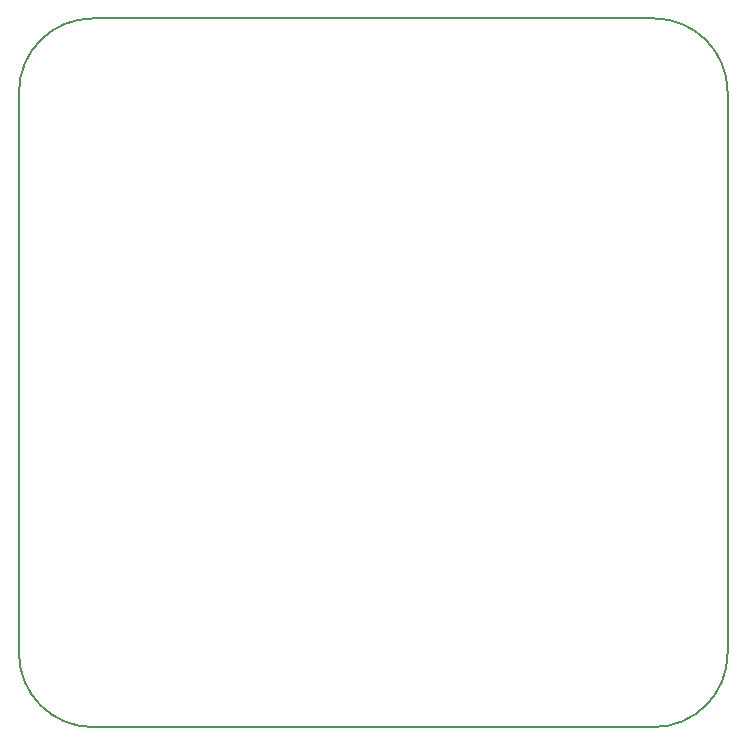
<source format=gbr>
%TF.GenerationSoftware,KiCad,Pcbnew,7.0.8*%
%TF.CreationDate,2023-11-20T10:49:13-05:00*%
%TF.ProjectId,StackLight,53746163-6b4c-4696-9768-742e6b696361,rev?*%
%TF.SameCoordinates,Original*%
%TF.FileFunction,Profile,NP*%
%FSLAX46Y46*%
G04 Gerber Fmt 4.6, Leading zero omitted, Abs format (unit mm)*
G04 Created by KiCad (PCBNEW 7.0.8) date 2023-11-20 10:49:13*
%MOMM*%
%LPD*%
G01*
G04 APERTURE LIST*
%TA.AperFunction,Profile*%
%ADD10C,0.200000*%
%TD*%
G04 APERTURE END LIST*
D10*
X165750000Y-74000000D02*
X165750000Y-121500000D01*
X159500000Y-127750000D02*
X112000000Y-127750000D01*
X159500000Y-127750000D02*
G75*
G03*
X165750000Y-121500000I0J6250000D01*
G01*
X105750000Y-121500000D02*
G75*
G03*
X112000000Y-127750000I6250000J0D01*
G01*
X165750000Y-74000000D02*
G75*
G03*
X159500000Y-67750000I-6250000J0D01*
G01*
X105750000Y-121500000D02*
X105750000Y-74000000D01*
X112000000Y-67750000D02*
G75*
G03*
X105750000Y-74000000I0J-6250000D01*
G01*
X112000000Y-67750000D02*
X159500000Y-67750000D01*
M02*

</source>
